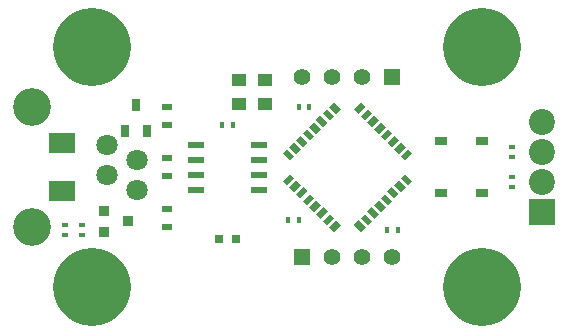
<source format=gbs>
G04 #@! TF.FileFunction,Soldermask,Bot*
%FSLAX46Y46*%
G04 Gerber Fmt 4.6, Leading zero omitted, Abs format (unit mm)*
G04 Created by KiCad (PCBNEW 4.0.2+dfsg1-stable) date Mon 23 May 2016 09:01:20 PM EDT*
%MOMM*%
G01*
G04 APERTURE LIST*
%ADD10C,0.150000*%
%ADD11C,6.604000*%
%ADD12R,1.104900X0.698500*%
%ADD13R,0.800100X1.000760*%
%ADD14R,1.397000X1.397000*%
%ADD15C,1.397000*%
%ADD16R,2.200000X2.200000*%
%ADD17C,2.200000*%
%ADD18R,1.399540X0.599440*%
%ADD19C,3.200000*%
%ADD20C,1.800000*%
%ADD21R,2.199640X1.800860*%
%ADD22R,0.914400X0.914400*%
%ADD23R,0.400000X0.600000*%
%ADD24R,0.600000X0.400000*%
%ADD25R,0.900000X0.500000*%
%ADD26R,1.250000X1.000000*%
%ADD27R,0.797560X0.797560*%
G04 APERTURE END LIST*
D10*
D11*
X152400000Y-127000000D02*
X152400000Y-127002540D01*
X119380000Y-127000000D02*
X119380000Y-127002540D01*
X119380000Y-106677460D02*
X119380000Y-106680000D01*
X152400000Y-106680000D02*
X152400000Y-106677460D01*
D12*
X148875750Y-114611150D03*
X148875750Y-119068850D03*
X152368250Y-114611150D03*
X152368250Y-119068850D03*
D13*
X123063000Y-111549180D03*
X122110500Y-113748820D03*
X124015500Y-113748820D03*
D14*
X144780000Y-109220000D03*
D15*
X142240000Y-109220000D03*
X139700000Y-109220000D03*
X137160000Y-109220000D03*
D16*
X157480000Y-120650000D03*
D17*
X157480000Y-118110000D03*
X157480000Y-115570000D03*
X157480000Y-113030000D03*
D18*
X128143000Y-114935000D03*
X133477000Y-114935000D03*
X128143000Y-116205000D03*
X128143000Y-117475000D03*
X128143000Y-118745000D03*
X133477000Y-116205000D03*
X133477000Y-117475000D03*
X133477000Y-118745000D03*
D19*
X114300000Y-111760000D03*
X114300000Y-121920000D03*
D20*
X120650000Y-114935000D03*
X123190000Y-116205000D03*
X120650000Y-117475000D03*
X123190000Y-118745000D03*
D14*
X137160000Y-124460000D03*
D15*
X139700000Y-124460000D03*
X142240000Y-124460000D03*
X144780000Y-124460000D03*
D10*
G36*
X135857618Y-118374422D02*
X135475781Y-117992585D01*
X136076822Y-117391544D01*
X136458659Y-117773381D01*
X135857618Y-118374422D01*
X135857618Y-118374422D01*
G37*
G36*
X136423303Y-118940107D02*
X136041466Y-118558270D01*
X136642507Y-117957229D01*
X137024344Y-118339066D01*
X136423303Y-118940107D01*
X136423303Y-118940107D01*
G37*
G36*
X136988988Y-119505792D02*
X136607151Y-119123955D01*
X137208192Y-118522914D01*
X137590029Y-118904751D01*
X136988988Y-119505792D01*
X136988988Y-119505792D01*
G37*
G36*
X137554674Y-120071478D02*
X137172837Y-119689641D01*
X137773878Y-119088600D01*
X138155715Y-119470437D01*
X137554674Y-120071478D01*
X137554674Y-120071478D01*
G37*
G36*
X138120359Y-120637163D02*
X137738522Y-120255326D01*
X138339563Y-119654285D01*
X138721400Y-120036122D01*
X138120359Y-120637163D01*
X138120359Y-120637163D01*
G37*
G36*
X138686045Y-121202849D02*
X138304208Y-120821012D01*
X138905249Y-120219971D01*
X139287086Y-120601808D01*
X138686045Y-121202849D01*
X138686045Y-121202849D01*
G37*
G36*
X139251730Y-121768534D02*
X138869893Y-121386697D01*
X139470934Y-120785656D01*
X139852771Y-121167493D01*
X139251730Y-121768534D01*
X139251730Y-121768534D01*
G37*
G36*
X139817415Y-122334219D02*
X139435578Y-121952382D01*
X140036619Y-121351341D01*
X140418456Y-121733178D01*
X139817415Y-122334219D01*
X139817415Y-122334219D01*
G37*
G36*
X139817415Y-122334219D02*
X139435578Y-121952382D01*
X140036619Y-121351341D01*
X140418456Y-121733178D01*
X139817415Y-122334219D01*
X139817415Y-122334219D01*
G37*
G36*
X139251730Y-121768534D02*
X138869893Y-121386697D01*
X139470934Y-120785656D01*
X139852771Y-121167493D01*
X139251730Y-121768534D01*
X139251730Y-121768534D01*
G37*
G36*
X138686045Y-121202849D02*
X138304208Y-120821012D01*
X138905249Y-120219971D01*
X139287086Y-120601808D01*
X138686045Y-121202849D01*
X138686045Y-121202849D01*
G37*
G36*
X138120359Y-120637163D02*
X137738522Y-120255326D01*
X138339563Y-119654285D01*
X138721400Y-120036122D01*
X138120359Y-120637163D01*
X138120359Y-120637163D01*
G37*
G36*
X137554674Y-120071478D02*
X137172837Y-119689641D01*
X137773878Y-119088600D01*
X138155715Y-119470437D01*
X137554674Y-120071478D01*
X137554674Y-120071478D01*
G37*
G36*
X136988988Y-119505792D02*
X136607151Y-119123955D01*
X137208192Y-118522914D01*
X137590029Y-118904751D01*
X136988988Y-119505792D01*
X136988988Y-119505792D01*
G37*
G36*
X136423303Y-118940107D02*
X136041466Y-118558270D01*
X136642507Y-117957229D01*
X137024344Y-118339066D01*
X136423303Y-118940107D01*
X136423303Y-118940107D01*
G37*
G36*
X135857618Y-118374422D02*
X135475781Y-117992585D01*
X136076822Y-117391544D01*
X136458659Y-117773381D01*
X135857618Y-118374422D01*
X135857618Y-118374422D01*
G37*
G36*
X135857618Y-118374422D02*
X135475781Y-117992585D01*
X136076822Y-117391544D01*
X136458659Y-117773381D01*
X135857618Y-118374422D01*
X135857618Y-118374422D01*
G37*
G36*
X136423303Y-118940107D02*
X136041466Y-118558270D01*
X136642507Y-117957229D01*
X137024344Y-118339066D01*
X136423303Y-118940107D01*
X136423303Y-118940107D01*
G37*
G36*
X136988988Y-119505792D02*
X136607151Y-119123955D01*
X137208192Y-118522914D01*
X137590029Y-118904751D01*
X136988988Y-119505792D01*
X136988988Y-119505792D01*
G37*
G36*
X137554674Y-120071478D02*
X137172837Y-119689641D01*
X137773878Y-119088600D01*
X138155715Y-119470437D01*
X137554674Y-120071478D01*
X137554674Y-120071478D01*
G37*
G36*
X138120359Y-120637163D02*
X137738522Y-120255326D01*
X138339563Y-119654285D01*
X138721400Y-120036122D01*
X138120359Y-120637163D01*
X138120359Y-120637163D01*
G37*
G36*
X138686045Y-121202849D02*
X138304208Y-120821012D01*
X138905249Y-120219971D01*
X139287086Y-120601808D01*
X138686045Y-121202849D01*
X138686045Y-121202849D01*
G37*
G36*
X139251730Y-121768534D02*
X138869893Y-121386697D01*
X139470934Y-120785656D01*
X139852771Y-121167493D01*
X139251730Y-121768534D01*
X139251730Y-121768534D01*
G37*
G36*
X139817415Y-122334219D02*
X139435578Y-121952382D01*
X140036619Y-121351341D01*
X140418456Y-121733178D01*
X139817415Y-122334219D01*
X139817415Y-122334219D01*
G37*
G36*
X139817415Y-122334219D02*
X139435578Y-121952382D01*
X140036619Y-121351341D01*
X140418456Y-121733178D01*
X139817415Y-122334219D01*
X139817415Y-122334219D01*
G37*
G36*
X139251730Y-121768534D02*
X138869893Y-121386697D01*
X139470934Y-120785656D01*
X139852771Y-121167493D01*
X139251730Y-121768534D01*
X139251730Y-121768534D01*
G37*
G36*
X138686045Y-121202849D02*
X138304208Y-120821012D01*
X138905249Y-120219971D01*
X139287086Y-120601808D01*
X138686045Y-121202849D01*
X138686045Y-121202849D01*
G37*
G36*
X138120359Y-120637163D02*
X137738522Y-120255326D01*
X138339563Y-119654285D01*
X138721400Y-120036122D01*
X138120359Y-120637163D01*
X138120359Y-120637163D01*
G37*
G36*
X137554674Y-120071478D02*
X137172837Y-119689641D01*
X137773878Y-119088600D01*
X138155715Y-119470437D01*
X137554674Y-120071478D01*
X137554674Y-120071478D01*
G37*
G36*
X136988988Y-119505792D02*
X136607151Y-119123955D01*
X137208192Y-118522914D01*
X137590029Y-118904751D01*
X136988988Y-119505792D01*
X136988988Y-119505792D01*
G37*
G36*
X136423303Y-118940107D02*
X136041466Y-118558270D01*
X136642507Y-117957229D01*
X137024344Y-118339066D01*
X136423303Y-118940107D01*
X136423303Y-118940107D01*
G37*
G36*
X135857618Y-118374422D02*
X135475781Y-117992585D01*
X136076822Y-117391544D01*
X136458659Y-117773381D01*
X135857618Y-118374422D01*
X135857618Y-118374422D01*
G37*
G36*
X136076822Y-116288456D02*
X135475781Y-115687415D01*
X135857618Y-115305578D01*
X136458659Y-115906619D01*
X136076822Y-116288456D01*
X136076822Y-116288456D01*
G37*
G36*
X136642507Y-115722771D02*
X136041466Y-115121730D01*
X136423303Y-114739893D01*
X137024344Y-115340934D01*
X136642507Y-115722771D01*
X136642507Y-115722771D01*
G37*
G36*
X137208192Y-115157086D02*
X136607151Y-114556045D01*
X136988988Y-114174208D01*
X137590029Y-114775249D01*
X137208192Y-115157086D01*
X137208192Y-115157086D01*
G37*
G36*
X137773878Y-114591400D02*
X137172837Y-113990359D01*
X137554674Y-113608522D01*
X138155715Y-114209563D01*
X137773878Y-114591400D01*
X137773878Y-114591400D01*
G37*
G36*
X138339563Y-114025715D02*
X137738522Y-113424674D01*
X138120359Y-113042837D01*
X138721400Y-113643878D01*
X138339563Y-114025715D01*
X138339563Y-114025715D01*
G37*
G36*
X138905249Y-113460029D02*
X138304208Y-112858988D01*
X138686045Y-112477151D01*
X139287086Y-113078192D01*
X138905249Y-113460029D01*
X138905249Y-113460029D01*
G37*
G36*
X139470934Y-112894344D02*
X138869893Y-112293303D01*
X139251730Y-111911466D01*
X139852771Y-112512507D01*
X139470934Y-112894344D01*
X139470934Y-112894344D01*
G37*
G36*
X140036619Y-112328659D02*
X139435578Y-111727618D01*
X139817415Y-111345781D01*
X140418456Y-111946822D01*
X140036619Y-112328659D01*
X140036619Y-112328659D01*
G37*
G36*
X141903381Y-112328659D02*
X141521544Y-111946822D01*
X142122585Y-111345781D01*
X142504422Y-111727618D01*
X141903381Y-112328659D01*
X141903381Y-112328659D01*
G37*
G36*
X142469066Y-112894344D02*
X142087229Y-112512507D01*
X142688270Y-111911466D01*
X143070107Y-112293303D01*
X142469066Y-112894344D01*
X142469066Y-112894344D01*
G37*
G36*
X143034751Y-113460029D02*
X142652914Y-113078192D01*
X143253955Y-112477151D01*
X143635792Y-112858988D01*
X143034751Y-113460029D01*
X143034751Y-113460029D01*
G37*
G36*
X143600437Y-114025715D02*
X143218600Y-113643878D01*
X143819641Y-113042837D01*
X144201478Y-113424674D01*
X143600437Y-114025715D01*
X143600437Y-114025715D01*
G37*
G36*
X144166122Y-114591400D02*
X143784285Y-114209563D01*
X144385326Y-113608522D01*
X144767163Y-113990359D01*
X144166122Y-114591400D01*
X144166122Y-114591400D01*
G37*
G36*
X144731808Y-115157086D02*
X144349971Y-114775249D01*
X144951012Y-114174208D01*
X145332849Y-114556045D01*
X144731808Y-115157086D01*
X144731808Y-115157086D01*
G37*
G36*
X145297493Y-115722771D02*
X144915656Y-115340934D01*
X145516697Y-114739893D01*
X145898534Y-115121730D01*
X145297493Y-115722771D01*
X145297493Y-115722771D01*
G37*
G36*
X145863178Y-116288456D02*
X145481341Y-115906619D01*
X146082382Y-115305578D01*
X146464219Y-115687415D01*
X145863178Y-116288456D01*
X145863178Y-116288456D01*
G37*
G36*
X146082382Y-118374422D02*
X145481341Y-117773381D01*
X145863178Y-117391544D01*
X146464219Y-117992585D01*
X146082382Y-118374422D01*
X146082382Y-118374422D01*
G37*
G36*
X145516697Y-118940107D02*
X144915656Y-118339066D01*
X145297493Y-117957229D01*
X145898534Y-118558270D01*
X145516697Y-118940107D01*
X145516697Y-118940107D01*
G37*
G36*
X144951012Y-119505792D02*
X144349971Y-118904751D01*
X144731808Y-118522914D01*
X145332849Y-119123955D01*
X144951012Y-119505792D01*
X144951012Y-119505792D01*
G37*
G36*
X144385326Y-120071478D02*
X143784285Y-119470437D01*
X144166122Y-119088600D01*
X144767163Y-119689641D01*
X144385326Y-120071478D01*
X144385326Y-120071478D01*
G37*
G36*
X143819641Y-120637163D02*
X143218600Y-120036122D01*
X143600437Y-119654285D01*
X144201478Y-120255326D01*
X143819641Y-120637163D01*
X143819641Y-120637163D01*
G37*
G36*
X143253955Y-121202849D02*
X142652914Y-120601808D01*
X143034751Y-120219971D01*
X143635792Y-120821012D01*
X143253955Y-121202849D01*
X143253955Y-121202849D01*
G37*
G36*
X142688270Y-121768534D02*
X142087229Y-121167493D01*
X142469066Y-120785656D01*
X143070107Y-121386697D01*
X142688270Y-121768534D01*
X142688270Y-121768534D01*
G37*
G36*
X142122585Y-122334219D02*
X141521544Y-121733178D01*
X141903381Y-121351341D01*
X142504422Y-121952382D01*
X142122585Y-122334219D01*
X142122585Y-122334219D01*
G37*
D21*
X116840000Y-114833400D03*
X116840000Y-118846600D03*
D22*
X120396000Y-120523000D03*
X120396000Y-122301000D03*
X122428000Y-121412000D03*
D23*
X130360000Y-113284000D03*
X131260000Y-113284000D03*
X136837000Y-111760000D03*
X137737000Y-111760000D03*
X135948000Y-121285000D03*
X136848000Y-121285000D03*
D24*
X154940000Y-115120000D03*
X154940000Y-116020000D03*
X154940000Y-118560000D03*
X154940000Y-117660000D03*
X118491000Y-121724000D03*
X118491000Y-122624000D03*
X117094000Y-122624000D03*
X117094000Y-121724000D03*
D23*
X145230000Y-122174000D03*
X144330000Y-122174000D03*
D25*
X125730000Y-111772000D03*
X125730000Y-113272000D03*
X125730000Y-116090000D03*
X125730000Y-117590000D03*
X125730000Y-120408000D03*
X125730000Y-121908000D03*
D26*
X133985000Y-109490000D03*
X133985000Y-111490000D03*
X131826000Y-109490000D03*
X131826000Y-111490000D03*
D27*
X130060700Y-122936000D03*
X131559300Y-122936000D03*
M02*

</source>
